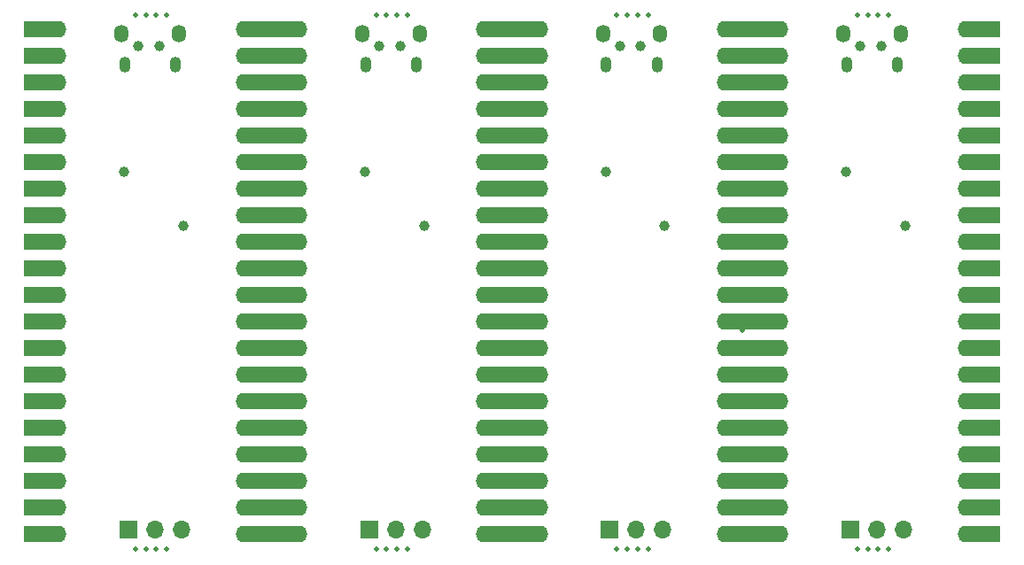
<source format=gbr>
%TF.GenerationSoftware,KiCad,Pcbnew,7.0.6*%
%TF.CreationDate,2023-08-25T07:23:32+07:00*%
%TF.ProjectId,Pico2040-Modular-Rev2-MP,5069636f-3230-4343-902d-4d6f64756c61,rev?*%
%TF.SameCoordinates,Original*%
%TF.FileFunction,Soldermask,Bot*%
%TF.FilePolarity,Negative*%
%FSLAX46Y46*%
G04 Gerber Fmt 4.6, Leading zero omitted, Abs format (unit mm)*
G04 Created by KiCad (PCBNEW 7.0.6) date 2023-08-25 07:23:32*
%MOMM*%
%LPD*%
G01*
G04 APERTURE LIST*
%ADD10C,1.000000*%
%ADD11R,3.200000X1.600000*%
%ADD12O,1.700000X1.600000*%
%ADD13C,0.500000*%
%ADD14R,1.700000X1.700000*%
%ADD15O,1.700000X1.700000*%
%ADD16O,1.350000X1.700000*%
%ADD17O,1.100000X1.500000*%
G04 APERTURE END LIST*
D10*
%TO.C,TP3*%
X119600000Y-47100000D03*
%TD*%
%TO.C,TP1*%
X69300000Y-29900000D03*
%TD*%
%TO.C,TP2*%
X117300000Y-29900000D03*
%TD*%
%TO.C,TP3*%
X96600000Y-47100000D03*
%TD*%
%TO.C,TP4*%
X113950000Y-41925000D03*
%TD*%
%TO.C,TP4*%
X67950000Y-41925000D03*
%TD*%
D11*
%TO.C,J3*%
X104010000Y-28300000D03*
D12*
X102400000Y-28300000D03*
D11*
X104010000Y-30840000D03*
D12*
X102400000Y-30840000D03*
D11*
X104010000Y-33380000D03*
D12*
X102400000Y-33380000D03*
D11*
X104010000Y-35920000D03*
D12*
X102400000Y-35920000D03*
D11*
X104010000Y-38460000D03*
D12*
X102400000Y-38460000D03*
D11*
X104010000Y-41000000D03*
D12*
X102400000Y-41000000D03*
D11*
X104010000Y-43540000D03*
D12*
X102400000Y-43540000D03*
D11*
X104010000Y-46080000D03*
D12*
X102400000Y-46080000D03*
D11*
X104010000Y-48620000D03*
D12*
X102400000Y-48620000D03*
D11*
X104010000Y-51160000D03*
D12*
X102400000Y-51160000D03*
D11*
X104010000Y-53700000D03*
D12*
X102400000Y-53700000D03*
D11*
X104010000Y-56240000D03*
D12*
X102400000Y-56240000D03*
D11*
X104010000Y-58780000D03*
D12*
X102400000Y-58780000D03*
D11*
X104010000Y-61320000D03*
D12*
X102400000Y-61320000D03*
D11*
X104010000Y-63860000D03*
D12*
X102400000Y-63860000D03*
D11*
X104010000Y-66400000D03*
D12*
X102400000Y-66400000D03*
D11*
X104010000Y-68940000D03*
D12*
X102400000Y-68940000D03*
D11*
X104010000Y-71480000D03*
D12*
X102400000Y-71480000D03*
D11*
X104010000Y-74020000D03*
D12*
X102400000Y-74020000D03*
D11*
X104010000Y-76560000D03*
D12*
X102400000Y-76560000D03*
%TD*%
D10*
%TO.C,TP4*%
X90950000Y-41925000D03*
%TD*%
%TO.C,TP4*%
X136950000Y-41925000D03*
%TD*%
D11*
%TO.C,J3*%
X81010000Y-28300000D03*
D12*
X79400000Y-28300000D03*
D11*
X81010000Y-30840000D03*
D12*
X79400000Y-30840000D03*
D11*
X81010000Y-33380000D03*
D12*
X79400000Y-33380000D03*
D11*
X81010000Y-35920000D03*
D12*
X79400000Y-35920000D03*
D11*
X81010000Y-38460000D03*
D12*
X79400000Y-38460000D03*
D11*
X81010000Y-41000000D03*
D12*
X79400000Y-41000000D03*
D11*
X81010000Y-43540000D03*
D12*
X79400000Y-43540000D03*
D11*
X81010000Y-46080000D03*
D12*
X79400000Y-46080000D03*
D11*
X81010000Y-48620000D03*
D12*
X79400000Y-48620000D03*
D11*
X81010000Y-51160000D03*
D12*
X79400000Y-51160000D03*
D11*
X81010000Y-53700000D03*
D12*
X79400000Y-53700000D03*
D11*
X81010000Y-56240000D03*
D12*
X79400000Y-56240000D03*
D11*
X81010000Y-58780000D03*
D12*
X79400000Y-58780000D03*
D11*
X81010000Y-61320000D03*
D12*
X79400000Y-61320000D03*
D11*
X81010000Y-63860000D03*
D12*
X79400000Y-63860000D03*
D11*
X81010000Y-66400000D03*
D12*
X79400000Y-66400000D03*
D11*
X81010000Y-68940000D03*
D12*
X79400000Y-68940000D03*
D11*
X81010000Y-71480000D03*
D12*
X79400000Y-71480000D03*
D11*
X81010000Y-74020000D03*
D12*
X79400000Y-74020000D03*
D11*
X81010000Y-76560000D03*
D12*
X79400000Y-76560000D03*
%TD*%
D10*
%TO.C,TP1*%
X115300000Y-29900000D03*
%TD*%
%TO.C,TP3*%
X73600000Y-47100000D03*
%TD*%
%TO.C,TP1*%
X92300000Y-29900000D03*
%TD*%
D11*
%TO.C,J3*%
X127010000Y-28300000D03*
D12*
X125400000Y-28300000D03*
D11*
X127010000Y-30840000D03*
D12*
X125400000Y-30840000D03*
D11*
X127010000Y-33380000D03*
D12*
X125400000Y-33380000D03*
D11*
X127010000Y-35920000D03*
D12*
X125400000Y-35920000D03*
D11*
X127010000Y-38460000D03*
D12*
X125400000Y-38460000D03*
D11*
X127010000Y-41000000D03*
D12*
X125400000Y-41000000D03*
D11*
X127010000Y-43540000D03*
D12*
X125400000Y-43540000D03*
D11*
X127010000Y-46080000D03*
D12*
X125400000Y-46080000D03*
D11*
X127010000Y-48620000D03*
D12*
X125400000Y-48620000D03*
D11*
X127010000Y-51160000D03*
D12*
X125400000Y-51160000D03*
D11*
X127010000Y-53700000D03*
D12*
X125400000Y-53700000D03*
D11*
X127010000Y-56240000D03*
D12*
X125400000Y-56240000D03*
D11*
X127010000Y-58780000D03*
D12*
X125400000Y-58780000D03*
D11*
X127010000Y-61320000D03*
D12*
X125400000Y-61320000D03*
D11*
X127010000Y-63860000D03*
D12*
X125400000Y-63860000D03*
D11*
X127010000Y-66400000D03*
D12*
X125400000Y-66400000D03*
D11*
X127010000Y-68940000D03*
D12*
X125400000Y-68940000D03*
D11*
X127010000Y-71480000D03*
D12*
X125400000Y-71480000D03*
D11*
X127010000Y-74020000D03*
D12*
X125400000Y-74020000D03*
D11*
X127010000Y-76560000D03*
D12*
X125400000Y-76560000D03*
%TD*%
D10*
%TO.C,TP3*%
X142600000Y-47100000D03*
%TD*%
%TO.C,TP2*%
X140300000Y-29900000D03*
%TD*%
%TO.C,TP2*%
X71300000Y-29900000D03*
%TD*%
%TO.C,TP1*%
X138300000Y-29900000D03*
%TD*%
%TO.C,TP2*%
X94300000Y-29900000D03*
%TD*%
D11*
%TO.C,J3*%
X150010000Y-28300000D03*
D12*
X148400000Y-28300000D03*
D11*
X150010000Y-30840000D03*
D12*
X148400000Y-30840000D03*
D11*
X150010000Y-33380000D03*
D12*
X148400000Y-33380000D03*
D11*
X150010000Y-35920000D03*
D12*
X148400000Y-35920000D03*
D11*
X150010000Y-38460000D03*
D12*
X148400000Y-38460000D03*
D11*
X150010000Y-41000000D03*
D12*
X148400000Y-41000000D03*
D11*
X150010000Y-43540000D03*
D12*
X148400000Y-43540000D03*
D11*
X150010000Y-46080000D03*
D12*
X148400000Y-46080000D03*
D11*
X150010000Y-48620000D03*
D12*
X148400000Y-48620000D03*
D11*
X150010000Y-51160000D03*
D12*
X148400000Y-51160000D03*
D11*
X150010000Y-53700000D03*
D12*
X148400000Y-53700000D03*
D11*
X150010000Y-56240000D03*
D12*
X148400000Y-56240000D03*
D11*
X150010000Y-58780000D03*
D12*
X148400000Y-58780000D03*
D11*
X150010000Y-61320000D03*
D12*
X148400000Y-61320000D03*
D11*
X150010000Y-63860000D03*
D12*
X148400000Y-63860000D03*
D11*
X150010000Y-66400000D03*
D12*
X148400000Y-66400000D03*
D11*
X150010000Y-68940000D03*
D12*
X148400000Y-68940000D03*
D11*
X150010000Y-71480000D03*
D12*
X148400000Y-71480000D03*
D11*
X150010000Y-74020000D03*
D12*
X148400000Y-74020000D03*
D11*
X150010000Y-76560000D03*
D12*
X148400000Y-76560000D03*
%TD*%
D13*
%TO.C,REF\u002A\u002A*%
X138000000Y-27000000D03*
%TD*%
%TO.C,REF\u002A\u002A*%
X106000000Y-56100000D03*
%TD*%
%TO.C,REF\u002A\u002A*%
X141000000Y-78000000D03*
%TD*%
%TO.C,REF\u002A\u002A*%
X95000000Y-78000000D03*
%TD*%
%TO.C,REF\u002A\u002A*%
X140000000Y-27000000D03*
%TD*%
%TO.C,REF\u002A\u002A*%
X69000000Y-27000000D03*
%TD*%
%TO.C,REF\u002A\u002A*%
X129000000Y-66300000D03*
%TD*%
%TO.C,REF\u002A\u002A*%
X83000000Y-56100000D03*
%TD*%
%TO.C,REF\u002A\u002A*%
X72000000Y-27000000D03*
%TD*%
%TO.C,REF\u002A\u002A*%
X81000000Y-66300000D03*
%TD*%
%TO.C,REF\u002A\u002A*%
X72000000Y-78000000D03*
%TD*%
D14*
%TO.C,J4*%
X137325000Y-76125000D03*
D15*
X139865000Y-76125000D03*
X142405000Y-76125000D03*
%TD*%
D13*
%TO.C,REF\u002A\u002A*%
X115000000Y-27000000D03*
%TD*%
%TO.C,REF\u002A\u002A*%
X116000000Y-78000000D03*
%TD*%
%TO.C,REF\u002A\u002A*%
X83000000Y-66300000D03*
%TD*%
%TO.C,REF\u002A\u002A*%
X104000000Y-66300000D03*
%TD*%
D11*
%TO.C,J2*%
X59990000Y-28300000D03*
D12*
X61600000Y-28300000D03*
D11*
X59990000Y-30840000D03*
D12*
X61600000Y-30840000D03*
D11*
X59990000Y-33380000D03*
D12*
X61600000Y-33380000D03*
D11*
X59990000Y-35920000D03*
D12*
X61600000Y-35920000D03*
D11*
X59990000Y-38460000D03*
D12*
X61600000Y-38460000D03*
D11*
X59990000Y-41000000D03*
D12*
X61600000Y-41000000D03*
D11*
X59990000Y-43540000D03*
D12*
X61600000Y-43540000D03*
D11*
X59990000Y-46080000D03*
D12*
X61600000Y-46080000D03*
D11*
X59990000Y-48620000D03*
D12*
X61600000Y-48620000D03*
D11*
X59990000Y-51160000D03*
D12*
X61600000Y-51160000D03*
D11*
X59990000Y-53700000D03*
D12*
X61600000Y-53700000D03*
D11*
X59990000Y-56240000D03*
D12*
X61600000Y-56240000D03*
D11*
X59990000Y-58780000D03*
D12*
X61600000Y-58780000D03*
D11*
X59990000Y-61320000D03*
D12*
X61600000Y-61320000D03*
D11*
X59990000Y-63860000D03*
D12*
X61600000Y-63860000D03*
D11*
X59990000Y-66400000D03*
D12*
X61600000Y-66400000D03*
D11*
X59990000Y-68940000D03*
D12*
X61600000Y-68940000D03*
D11*
X59990000Y-71480000D03*
D12*
X61600000Y-71480000D03*
D11*
X59990000Y-74020000D03*
D12*
X61600000Y-74020000D03*
D11*
X59990000Y-76560000D03*
D12*
X61600000Y-76560000D03*
%TD*%
D14*
%TO.C,J4*%
X68325000Y-76125000D03*
D15*
X70865000Y-76125000D03*
X73405000Y-76125000D03*
%TD*%
D13*
%TO.C,REF\u002A\u002A*%
X117000000Y-27000000D03*
%TD*%
%TO.C,REF\u002A\u002A*%
X138000000Y-78000000D03*
%TD*%
%TO.C,REF\u002A\u002A*%
X127000000Y-56100000D03*
%TD*%
%TO.C,REF\u002A\u002A*%
X127000000Y-66300000D03*
%TD*%
%TO.C,REF\u002A\u002A*%
X104000000Y-56100000D03*
%TD*%
%TO.C,REF\u002A\u002A*%
X139000000Y-27000000D03*
%TD*%
%TO.C,REF\u002A\u002A*%
X81000000Y-56100000D03*
%TD*%
%TO.C,REF\u002A\u002A*%
X71000000Y-27000000D03*
%TD*%
D14*
%TO.C,J4*%
X114325000Y-76125000D03*
D15*
X116865000Y-76125000D03*
X119405000Y-76125000D03*
%TD*%
D13*
%TO.C,REF\u002A\u002A*%
X70000000Y-27000000D03*
%TD*%
%TO.C,REF\u002A\u002A*%
X118000000Y-78000000D03*
%TD*%
%TO.C,REF\u002A\u002A*%
X104000000Y-45900000D03*
%TD*%
%TO.C,REF\u002A\u002A*%
X106000000Y-35700000D03*
%TD*%
%TO.C,REF\u002A\u002A*%
X94000000Y-78000000D03*
%TD*%
%TO.C,REF\u002A\u002A*%
X139000000Y-78000000D03*
%TD*%
%TO.C,REF\u002A\u002A*%
X70000000Y-78000000D03*
%TD*%
%TO.C,REF\u002A\u002A*%
X69000000Y-78000000D03*
%TD*%
%TO.C,REF\u002A\u002A*%
X116000000Y-27000000D03*
%TD*%
D16*
%TO.C,J1*%
X142160000Y-28700000D03*
D17*
X141850000Y-31700000D03*
X137010000Y-31700000D03*
D16*
X136700000Y-28700000D03*
%TD*%
D11*
%TO.C,J2*%
X128990000Y-28300000D03*
D12*
X130600000Y-28300000D03*
D11*
X128990000Y-30840000D03*
D12*
X130600000Y-30840000D03*
D11*
X128990000Y-33380000D03*
D12*
X130600000Y-33380000D03*
D11*
X128990000Y-35920000D03*
D12*
X130600000Y-35920000D03*
D11*
X128990000Y-38460000D03*
D12*
X130600000Y-38460000D03*
D11*
X128990000Y-41000000D03*
D12*
X130600000Y-41000000D03*
D11*
X128990000Y-43540000D03*
D12*
X130600000Y-43540000D03*
D11*
X128990000Y-46080000D03*
D12*
X130600000Y-46080000D03*
D11*
X128990000Y-48620000D03*
D12*
X130600000Y-48620000D03*
D11*
X128990000Y-51160000D03*
D12*
X130600000Y-51160000D03*
D11*
X128990000Y-53700000D03*
D12*
X130600000Y-53700000D03*
D11*
X128990000Y-56240000D03*
D12*
X130600000Y-56240000D03*
D11*
X128990000Y-58780000D03*
D12*
X130600000Y-58780000D03*
D11*
X128990000Y-61320000D03*
D12*
X130600000Y-61320000D03*
D11*
X128990000Y-63860000D03*
D12*
X130600000Y-63860000D03*
D11*
X128990000Y-66400000D03*
D12*
X130600000Y-66400000D03*
D11*
X128990000Y-68940000D03*
D12*
X130600000Y-68940000D03*
D11*
X128990000Y-71480000D03*
D12*
X130600000Y-71480000D03*
D11*
X128990000Y-74020000D03*
D12*
X130600000Y-74020000D03*
D11*
X128990000Y-76560000D03*
D12*
X130600000Y-76560000D03*
%TD*%
D13*
%TO.C,REF\u002A\u002A*%
X104000000Y-35700000D03*
%TD*%
%TO.C,REF\u002A\u002A*%
X129000000Y-56100000D03*
%TD*%
%TO.C,REF\u002A\u002A*%
X141000000Y-27000000D03*
%TD*%
%TO.C,REF\u002A\u002A*%
X95000000Y-27000000D03*
%TD*%
%TO.C,REF\u002A\u002A*%
X127000000Y-45900000D03*
%TD*%
%TO.C,REF\u002A\u002A*%
X93000000Y-78000000D03*
%TD*%
%TO.C,REF\u002A\u002A*%
X127000000Y-35700000D03*
%TD*%
%TO.C,REF\u002A\u002A*%
X127000000Y-57100000D03*
%TD*%
D16*
%TO.C,J1*%
X96160000Y-28700000D03*
D17*
X95850000Y-31700000D03*
X91010000Y-31700000D03*
D16*
X90700000Y-28700000D03*
%TD*%
%TO.C,J1*%
X119160000Y-28700000D03*
D17*
X118850000Y-31700000D03*
X114010000Y-31700000D03*
D16*
X113700000Y-28700000D03*
%TD*%
D11*
%TO.C,J2*%
X82990000Y-28300000D03*
D12*
X84600000Y-28300000D03*
D11*
X82990000Y-30840000D03*
D12*
X84600000Y-30840000D03*
D11*
X82990000Y-33380000D03*
D12*
X84600000Y-33380000D03*
D11*
X82990000Y-35920000D03*
D12*
X84600000Y-35920000D03*
D11*
X82990000Y-38460000D03*
D12*
X84600000Y-38460000D03*
D11*
X82990000Y-41000000D03*
D12*
X84600000Y-41000000D03*
D11*
X82990000Y-43540000D03*
D12*
X84600000Y-43540000D03*
D11*
X82990000Y-46080000D03*
D12*
X84600000Y-46080000D03*
D11*
X82990000Y-48620000D03*
D12*
X84600000Y-48620000D03*
D11*
X82990000Y-51160000D03*
D12*
X84600000Y-51160000D03*
D11*
X82990000Y-53700000D03*
D12*
X84600000Y-53700000D03*
D11*
X82990000Y-56240000D03*
D12*
X84600000Y-56240000D03*
D11*
X82990000Y-58780000D03*
D12*
X84600000Y-58780000D03*
D11*
X82990000Y-61320000D03*
D12*
X84600000Y-61320000D03*
D11*
X82990000Y-63860000D03*
D12*
X84600000Y-63860000D03*
D11*
X82990000Y-66400000D03*
D12*
X84600000Y-66400000D03*
D11*
X82990000Y-68940000D03*
D12*
X84600000Y-68940000D03*
D11*
X82990000Y-71480000D03*
D12*
X84600000Y-71480000D03*
D11*
X82990000Y-74020000D03*
D12*
X84600000Y-74020000D03*
D11*
X82990000Y-76560000D03*
D12*
X84600000Y-76560000D03*
%TD*%
D11*
%TO.C,J2*%
X105990000Y-28300000D03*
D12*
X107600000Y-28300000D03*
D11*
X105990000Y-30840000D03*
D12*
X107600000Y-30840000D03*
D11*
X105990000Y-33380000D03*
D12*
X107600000Y-33380000D03*
D11*
X105990000Y-35920000D03*
D12*
X107600000Y-35920000D03*
D11*
X105990000Y-38460000D03*
D12*
X107600000Y-38460000D03*
D11*
X105990000Y-41000000D03*
D12*
X107600000Y-41000000D03*
D11*
X105990000Y-43540000D03*
D12*
X107600000Y-43540000D03*
D11*
X105990000Y-46080000D03*
D12*
X107600000Y-46080000D03*
D11*
X105990000Y-48620000D03*
D12*
X107600000Y-48620000D03*
D11*
X105990000Y-51160000D03*
D12*
X107600000Y-51160000D03*
D11*
X105990000Y-53700000D03*
D12*
X107600000Y-53700000D03*
D11*
X105990000Y-56240000D03*
D12*
X107600000Y-56240000D03*
D11*
X105990000Y-58780000D03*
D12*
X107600000Y-58780000D03*
D11*
X105990000Y-61320000D03*
D12*
X107600000Y-61320000D03*
D11*
X105990000Y-63860000D03*
D12*
X107600000Y-63860000D03*
D11*
X105990000Y-66400000D03*
D12*
X107600000Y-66400000D03*
D11*
X105990000Y-68940000D03*
D12*
X107600000Y-68940000D03*
D11*
X105990000Y-71480000D03*
D12*
X107600000Y-71480000D03*
D11*
X105990000Y-74020000D03*
D12*
X107600000Y-74020000D03*
D11*
X105990000Y-76560000D03*
D12*
X107600000Y-76560000D03*
%TD*%
D16*
%TO.C,J1*%
X73160000Y-28700000D03*
D17*
X72850000Y-31700000D03*
X68010000Y-31700000D03*
D16*
X67700000Y-28700000D03*
%TD*%
D13*
%TO.C,REF\u002A\u002A*%
X93000000Y-27000000D03*
%TD*%
%TO.C,REF\u002A\u002A*%
X71000000Y-78000000D03*
%TD*%
%TO.C,REF\u002A\u002A*%
X115000000Y-78000000D03*
%TD*%
%TO.C,REF\u002A\u002A*%
X81000000Y-45900000D03*
%TD*%
%TO.C,REF\u002A\u002A*%
X118000000Y-27000000D03*
%TD*%
%TO.C,REF\u002A\u002A*%
X81000000Y-35700000D03*
%TD*%
%TO.C,REF\u002A\u002A*%
X117000000Y-78000000D03*
%TD*%
%TO.C,REF\u002A\u002A*%
X92000000Y-27000000D03*
%TD*%
%TO.C,REF\u002A\u002A*%
X83000000Y-45900000D03*
%TD*%
D14*
%TO.C,J4*%
X91325000Y-76125000D03*
D15*
X93865000Y-76125000D03*
X96405000Y-76125000D03*
%TD*%
D13*
%TO.C,REF\u002A\u002A*%
X94000000Y-27000000D03*
%TD*%
%TO.C,REF\u002A\u002A*%
X129000000Y-45900000D03*
%TD*%
%TO.C,REF\u002A\u002A*%
X140000000Y-78000000D03*
%TD*%
%TO.C,REF\u002A\u002A*%
X129000000Y-35700000D03*
%TD*%
%TO.C,REF\u002A\u002A*%
X106000000Y-66300000D03*
%TD*%
%TO.C,REF\u002A\u002A*%
X106000000Y-45900000D03*
%TD*%
%TO.C,REF\u002A\u002A*%
X92000000Y-78000000D03*
%TD*%
%TO.C,REF\u002A\u002A*%
X83000000Y-35700000D03*
%TD*%
M02*

</source>
